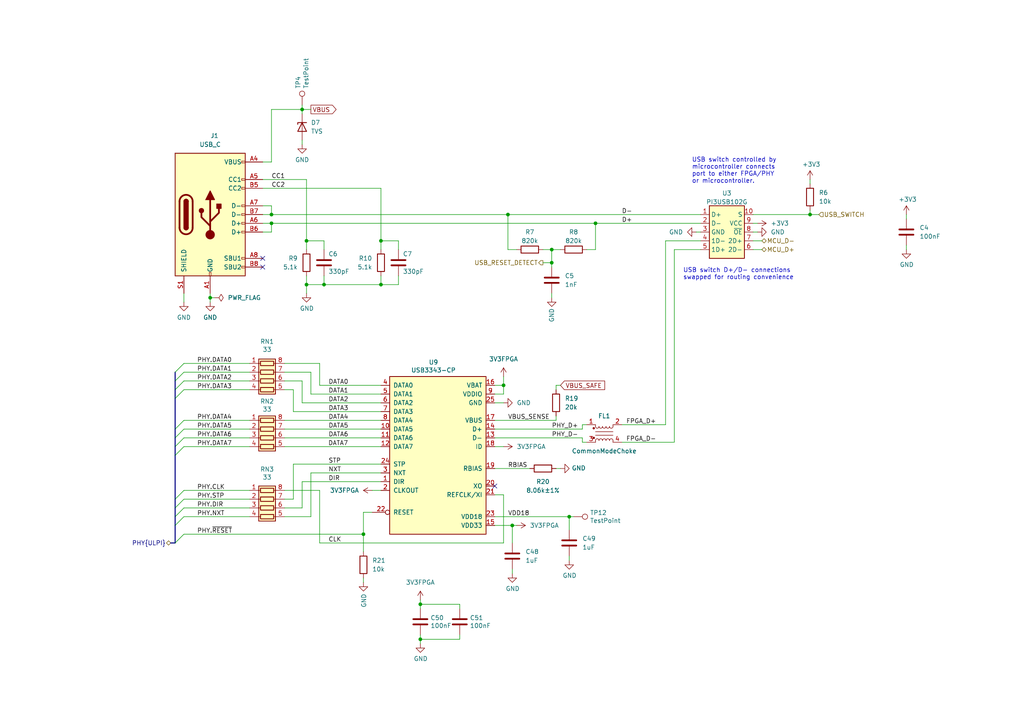
<source format=kicad_sch>
(kicad_sch (version 20230121) (generator eeschema)
  (paper "A4")
  (title_block (title "${TITLE}") (date "${DATE}") (rev "${VERSION}") (company "${COPYRIGHT}") (comment 1 "${LICENSE}"))
  (lib_symbols
    (symbol "Connector:TestPoint" (pin_numbers hide) (pin_names (offset 0.762) hide)
      (property "Reference" "TP" (at 0 6.858 0))
      (property "Value" "TestPoint" (at 0 5.08 0))
      (symbol "TestPoint_0_1"
        (circle (center 0 3.302) (radius 0.762))
      )
      (symbol "TestPoint_1_1"
        (pin passive line (at 0 0 90) (length 2.54) (name "1") (number "1"))
      )
    )
    (symbol "Connector:USB_C_Receptacle_USB2.0" (pin_names (offset 1.016))
      (property "Reference" "J" (at -10.16 19.05 0))
      (property "Value" "USB_C_Receptacle_USB2.0" (at 19.05 19.05 0))
      (symbol "USB_C_Receptacle_USB2.0_0_0"
        (rectangle (start -0.254 -17.78) (end 0.254 -16.764))
        (rectangle (start 10.16 -14.986) (end 9.144 -15.494))
        (rectangle (start 10.16 -12.446) (end 9.144 -12.954))
        (rectangle (start 10.16 -4.826) (end 9.144 -5.334))
        (rectangle (start 10.16 -2.286) (end 9.144 -2.794))
        (rectangle (start 10.16 0.254) (end 9.144 -0.254))
        (rectangle (start 10.16 2.794) (end 9.144 2.286))
        (rectangle (start 10.16 7.874) (end 9.144 7.366))
        (rectangle (start 10.16 10.414) (end 9.144 9.906))
        (rectangle (start 10.16 15.494) (end 9.144 14.986))
      )
      (symbol "USB_C_Receptacle_USB2.0_0_1"
        (rectangle (start -10.16 17.78) (end 10.16 -17.78) (stroke (width 0.254)) (fill (type background)))
        (arc (start -8.89 -3.81) (mid -6.985 -5.7067) (end -5.08 -3.81) (stroke (width 0.508)))
        (arc (start -7.62 -3.81) (mid -6.985 -4.4423) (end -6.35 -3.81) (stroke (width 0.254)))
        (arc (start -7.62 -3.81) (mid -6.985 -4.4423) (end -6.35 -3.81) (stroke (width 0.254)) (fill (type outline)))
        (rectangle (start -7.62 -3.81) (end -6.35 3.81) (stroke (width 0.254)) (fill (type outline)))
        (arc (start -6.35 3.81) (mid -6.985 4.4423) (end -7.62 3.81) (stroke (width 0.254)))
        (arc (start -6.35 3.81) (mid -6.985 4.4423) (end -7.62 3.81) (stroke (width 0.254)) (fill (type outline)))
        (arc (start -5.08 3.81) (mid -6.985 5.7067) (end -8.89 3.81) (stroke (width 0.508)))
        (circle (center -2.54 1.143) (radius 0.635) (stroke (width 0.254)) (fill (type outline)))
        (circle (center 0 -5.842) (radius 1.27) (fill (type outline)))
        (polyline (pts (xy -8.89 -3.81) (xy -8.89 3.81)) (stroke (width 0.508)))
        (polyline (pts (xy -5.08 3.81) (xy -5.08 -3.81)) (stroke (width 0.508)))
        (polyline (pts (xy 0 -5.842) (xy 0 4.318)) (stroke (width 0.508)))
        (polyline (pts (xy 0 -3.302) (xy -2.54 -0.762) (xy -2.54 0.508)) (stroke (width 0.508)))
        (polyline (pts (xy 0 -2.032) (xy 2.54 0.508) (xy 2.54 1.778)) (stroke (width 0.508)))
        (polyline (pts (xy -1.27 4.318) (xy 0 6.858) (xy 1.27 4.318) (xy -1.27 4.318)) (stroke (width 0.254)) (fill (type outline)))
        (rectangle (start 1.905 1.778) (end 3.175 3.048) (stroke (width 0.254)) (fill (type outline)))
      )
      (symbol "USB_C_Receptacle_USB2.0_1_1"
        (pin passive line (at 0 -22.86 90) (length 5.08) (name "GND") (number "A1"))
        (pin passive line (at 0 -22.86 90) (length 5.08) hide (name "GND") (number "A12"))
        (pin passive line (at 15.24 15.24 180) (length 5.08) (name "VBUS") (number "A4"))
        (pin bidirectional line (at 15.24 10.16 180) (length 5.08) (name "CC1") (number "A5"))
        (pin bidirectional line (at 15.24 -2.54 180) (length 5.08) (name "D+") (number "A6"))
        (pin bidirectional line (at 15.24 2.54 180) (length 5.08) (name "D-") (number "A7"))
        (pin bidirectional line (at 15.24 -12.7 180) (length 5.08) (name "SBU1") (number "A8"))
        (pin passive line (at 15.24 15.24 180) (length 5.08) hide (name "VBUS") (number "A9"))
        (pin passive line (at 0 -22.86 90) (length 5.08) hide (name "GND") (number "B1"))
        (pin passive line (at 0 -22.86 90) (length 5.08) hide (name "GND") (number "B12"))
        (pin passive line (at 15.24 15.24 180) (length 5.08) hide (name "VBUS") (number "B4"))
        (pin bidirectional line (at 15.24 7.62 180) (length 5.08) (name "CC2") (number "B5"))
        (pin bidirectional line (at 15.24 -5.08 180) (length 5.08) (name "D+") (number "B6"))
        (pin bidirectional line (at 15.24 0 180) (length 5.08) (name "D-") (number "B7"))
        (pin bidirectional line (at 15.24 -15.24 180) (length 5.08) (name "SBU2") (number "B8"))
        (pin passive line (at 15.24 15.24 180) (length 5.08) hide (name "VBUS") (number "B9"))
        (pin passive line (at -7.62 -22.86 90) (length 5.08) (name "SHIELD") (number "S1"))
      )
    )
    (symbol "Device:C" (pin_numbers hide) (pin_names (offset 0.254))
      (property "Reference" "C" (at 0.635 2.54 0))
      (property "Value" "C" (at 0.635 -2.54 0))
      (symbol "C_0_1"
        (polyline (pts (xy -2.032 -0.762) (xy 2.032 -0.762)) (stroke (width 0.508)))
        (polyline (pts (xy -2.032 0.762) (xy 2.032 0.762)) (stroke (width 0.508)))
      )
      (symbol "C_1_1"
        (pin passive line (at 0 3.81 270) (length 2.794) (name "~") (number "1"))
        (pin passive line (at 0 -3.81 90) (length 2.794) (name "~") (number "2"))
      )
    )
    (symbol "Device:D_Zener" (pin_numbers hide) (pin_names (offset 1.016) hide)
      (property "Reference" "D" (at 0 2.54 0))
      (property "Value" "D_Zener" (at 0 -2.54 0))
      (symbol "D_Zener_0_1"
        (polyline (pts (xy 1.27 0) (xy -1.27 0)))
        (polyline (pts (xy -1.27 -1.27) (xy -1.27 1.27) (xy -0.762 1.27)) (stroke (width 0.254)))
        (polyline (pts (xy 1.27 -1.27) (xy 1.27 1.27) (xy -1.27 0) (xy 1.27 -1.27)) (stroke (width 0.254)))
      )
      (symbol "D_Zener_1_1"
        (pin passive line (at -3.81 0 0) (length 2.54) (name "K") (number "1"))
        (pin passive line (at 3.81 0 180) (length 2.54) (name "A") (number "2"))
      )
    )
    (symbol "Device:Filter_EMI_CommonMode" (pin_names (offset 0.254) hide)
      (property "Reference" "FL" (at 0 4.445 0))
      (property "Value" "Filter_EMI_CommonMode" (at 0 -4.445 0))
      (symbol "Filter_EMI_CommonMode_0_1"
        (circle (center -3.048 -1.27) (radius 0.254) (fill (type outline)))
        (circle (center -3.048 1.524) (radius 0.254) (fill (type outline)))
        (arc (start -2.54 2.032) (mid -2.032 1.5262) (end -1.524 2.032))
        (arc (start -1.524 -2.032) (mid -2.032 -1.5262) (end -2.54 -2.032))
        (arc (start -1.524 2.032) (mid -1.016 1.5262) (end -0.508 2.032))
        (arc (start -0.508 -2.032) (mid -1.016 -1.5262) (end -1.524 -2.032))
        (arc (start -0.508 2.032) (mid 0 1.5262) (end 0.508 2.032))
        (polyline (pts (xy -2.54 -2.032) (xy -2.54 -2.54)))
        (polyline (pts (xy -2.54 0.508) (xy 2.54 0.508)))
        (polyline (pts (xy -2.54 2.032) (xy -2.54 2.54)))
        (polyline (pts (xy 2.54 -2.032) (xy 2.54 -2.54)))
        (polyline (pts (xy 2.54 -0.508) (xy -2.54 -0.508)))
        (polyline (pts (xy 2.54 2.54) (xy 2.54 2.032)))
        (arc (start 0.508 -2.032) (mid 0 -1.5262) (end -0.508 -2.032))
        (arc (start 0.508 2.032) (mid 1.016 1.5262) (end 1.524 2.032))
        (arc (start 1.524 -2.032) (mid 1.016 -1.5262) (end 0.508 -2.032))
        (arc (start 1.524 2.032) (mid 2.032 1.5262) (end 2.54 2.032))
        (arc (start 2.54 -2.032) (mid 2.032 -1.5262) (end 1.524 -2.032))
      )
      (symbol "Filter_EMI_CommonMode_1_1"
        (pin passive line (at -5.08 2.54 0) (length 2.54) (name "1") (number "1"))
        (pin passive line (at 5.08 2.54 180) (length 2.54) (name "2") (number "2"))
        (pin passive line (at -5.08 -2.54 0) (length 2.54) (name "3") (number "3"))
        (pin passive line (at 5.08 -2.54 180) (length 2.54) (name "4") (number "4"))
      )
    )
    (symbol "Device:R" (pin_numbers hide) (pin_names (offset 0))
      (property "Reference" "R" (at 2.032 0 90))
      (property "Value" "R" (at 0 0 90))
      (symbol "R_0_1"
        (rectangle (start -1.016 -2.54) (end 1.016 2.54) (stroke (width 0.254)))
      )
      (symbol "R_1_1"
        (pin passive line (at 0 3.81 270) (length 1.27) (name "~") (number "1"))
        (pin passive line (at 0 -3.81 90) (length 1.27) (name "~") (number "2"))
      )
    )
    (symbol "Device:R_Pack04" (pin_names (offset 0) hide)
      (property "Reference" "RN" (at -7.62 0 90))
      (property "Value" "R_Pack04" (at 5.08 0 90))
      (symbol "R_Pack04_0_1"
        (rectangle (start -6.35 -2.413) (end 3.81 2.413) (stroke (width 0.254)) (fill (type background)))
        (rectangle (start -5.715 1.905) (end -4.445 -1.905) (stroke (width 0.254)))
        (rectangle (start -3.175 1.905) (end -1.905 -1.905) (stroke (width 0.254)))
        (rectangle (start -0.635 1.905) (end 0.635 -1.905) (stroke (width 0.254)))
        (polyline (pts (xy -5.08 -2.54) (xy -5.08 -1.905)))
        (polyline (pts (xy -5.08 1.905) (xy -5.08 2.54)))
        (polyline (pts (xy -2.54 -2.54) (xy -2.54 -1.905)))
        (polyline (pts (xy -2.54 1.905) (xy -2.54 2.54)))
        (polyline (pts (xy 0 -2.54) (xy 0 -1.905)))
        (polyline (pts (xy 0 1.905) (xy 0 2.54)))
        (polyline (pts (xy 2.54 -2.54) (xy 2.54 -1.905)))
        (polyline (pts (xy 2.54 1.905) (xy 2.54 2.54)))
        (rectangle (start 1.905 1.905) (end 3.175 -1.905) (stroke (width 0.254)))
      )
      (symbol "R_Pack04_1_1"
        (pin passive line (at -5.08 -5.08 90) (length 2.54) (name "R1.1") (number "1"))
        (pin passive line (at -2.54 -5.08 90) (length 2.54) (name "R2.1") (number "2"))
        (pin passive line (at 0 -5.08 90) (length 2.54) (name "R3.1") (number "3"))
        (pin passive line (at 2.54 -5.08 90) (length 2.54) (name "R4.1") (number "4"))
        (pin passive line (at 2.54 5.08 270) (length 2.54) (name "R4.2") (number "5"))
        (pin passive line (at 0 5.08 270) (length 2.54) (name "R3.2") (number "6"))
        (pin passive line (at -2.54 5.08 270) (length 2.54) (name "R2.2") (number "7"))
        (pin passive line (at -5.08 5.08 270) (length 2.54) (name "R1.2") (number "8"))
      )
    )
    (symbol "power:+3V3" (power) (pin_names (offset 0))
      (property "Value" "+3V3" (at 0 3.556 0))
      (symbol "+3V3_0_1"
        (polyline (pts (xy -0.762 1.27) (xy 0 2.54)))
        (polyline (pts (xy 0 0) (xy 0 2.54)))
        (polyline (pts (xy 0 2.54) (xy 0.762 1.27)))
      )
      (symbol "+3V3_1_1"
        (pin power_in line (at 0 0 90) (length 0) hide (name "+3V3") (number "1"))
      )
    )
    (symbol "power:GND" (power) (pin_names (offset 0))
      (property "Value" "GND" (at 0 -3.81 0))
      (symbol "GND_0_1"
        (polyline (pts (xy 0 0) (xy 0 -1.27) (xy 1.27 -1.27) (xy 0 -2.54) (xy -1.27 -1.27) (xy 0 -1.27)))
      )
      (symbol "GND_1_1"
        (pin power_in line (at 0 0 270) (length 0) hide (name "GND") (number "1"))
      )
    )
    (symbol "power:PWR_FLAG" (power) (pin_numbers hide) (pin_names (offset 0) hide)
      (property "Value" "PWR_FLAG" (at 0 3.81 0))
      (symbol "PWR_FLAG_0_0"
        (pin power_out line (at 0 0 90) (length 0) (name "pwr") (number "1"))
      )
      (symbol "PWR_FLAG_0_1"
        (polyline (pts (xy 0 0) (xy 0 1.27) (xy -1.016 1.905) (xy 0 2.54) (xy 1.016 1.905) (xy 0 1.27)))
      )
    )
    (symbol "support_hardware:3V3FPGA" (power) (pin_names (offset 0))
      (property "Value" "3V3FPGA" (at 0 3.81 0))
      (symbol "3V3FPGA_0_1"
        (polyline (pts (xy -0.762 1.27) (xy 0 2.54)))
        (polyline (pts (xy 0 0) (xy 0 2.54)))
        (polyline (pts (xy 0 2.54) (xy 0.762 1.27)))
      )
      (symbol "3V3FPGA_1_1"
        (pin power_in line (at 0 0 90) (length 0) hide (name "3V3FPGA") (number "1"))
      )
    )
    (symbol "usb:TC7USB42MU"
      (property "Reference" "U" (at 0 8.89 0))
      (property "Value" "TC7USB42MU" (at 0 -8.89 0))
      (symbol "TC7USB42MU_1_1"
        (rectangle (start -5.08 7.62) (end 5.08 -7.62) (stroke (width 0.254)) (fill (type background)))
        (pin bidirectional line (at -7.62 5.08 0) (length 2.54) (name "D+") (number "1"))
        (pin input line (at 7.62 5.08 180) (length 2.54) (name "S") (number "10"))
        (pin bidirectional line (at -7.62 2.54 0) (length 2.54) (name "D-") (number "2"))
        (pin power_in line (at -7.62 0 0) (length 2.54) (name "GND") (number "3"))
        (pin bidirectional line (at -7.62 -2.54 0) (length 2.54) (name "1D-") (number "4"))
        (pin bidirectional line (at -7.62 -5.08 0) (length 2.54) (name "1D+") (number "5"))
        (pin bidirectional line (at 7.62 -5.08 180) (length 2.54) (name "2D-") (number "6"))
        (pin bidirectional line (at 7.62 -2.54 180) (length 2.54) (name "2D+") (number "7"))
        (pin input line (at 7.62 0 180) (length 2.54) (name "~{OE}") (number "8"))
        (pin power_in line (at 7.62 2.54 180) (length 2.54) (name "VCC") (number "9"))
      )
    )
    (symbol "usb:USB3343" (pin_names (offset 1.016))
      (property "Reference" "U" (at 3.81 -46.99 0))
      (property "Value" "USB3343" (at 25.4 -46.99 0))
      (symbol "USB3343_1_1"
        (rectangle (start 2.54 0) (end 30.48 -45.72) (stroke (width 0.254)) (fill (type background)))
        (pin output line (at 0 -30.48 0) (length 2.54) (name "DIR") (number "1"))
        (pin bidirectional line (at 0 -15.24 0) (length 2.54) (name "DATA5") (number "10"))
        (pin bidirectional line (at 0 -17.78 0) (length 2.54) (name "DATA6") (number "11"))
        (pin bidirectional line (at 0 -20.32 0) (length 2.54) (name "DATA7") (number "12"))
        (pin bidirectional line (at 33.02 -17.78 180) (length 2.54) (name "D-") (number "13"))
        (pin bidirectional line (at 33.02 -15.24 180) (length 2.54) (name "D+") (number "14"))
        (pin power_out line (at 33.02 -43.18 180) (length 2.54) (name "VDD33") (number "15"))
        (pin power_in line (at 33.02 -2.54 180) (length 2.54) (name "VBAT") (number "16"))
        (pin bidirectional line (at 33.02 -12.7 180) (length 2.54) (name "VBUS") (number "17"))
        (pin input line (at 33.02 -20.32 180) (length 2.54) (name "ID") (number "18"))
        (pin input line (at 33.02 -26.67 180) (length 2.54) (name "RBIAS") (number "19"))
        (pin passive line (at 0 -33.02 0) (length 2.54) (name "CLKOUT") (number "2"))
        (pin output line (at 33.02 -31.75 180) (length 2.54) (name "XO") (number "20"))
        (pin input line (at 33.02 -34.29 180) (length 2.54) (name "REFCLK/XI") (number "21"))
        (pin input inverted (at -2.54 -39.37 0) (length 5.08) (name "RESET") (number "22"))
        (pin power_out line (at 33.02 -40.64 180) (length 2.54) (name "VDD18") (number "23"))
        (pin input line (at 0 -25.4 0) (length 2.54) (name "STP") (number "24"))
        (pin power_in line (at 33.02 -7.62 180) (length 2.54) (name "GND") (number "25"))
        (pin output line (at 0 -27.94 0) (length 2.54) (name "NXT") (number "3"))
        (pin bidirectional line (at 0 -2.54 0) (length 2.54) (name "DATA0") (number "4"))
        (pin bidirectional line (at 0 -5.08 0) (length 2.54) (name "DATA1") (number "5"))
        (pin bidirectional line (at 0 -7.62 0) (length 2.54) (name "DATA2") (number "6"))
        (pin bidirectional line (at 0 -10.16 0) (length 2.54) (name "DATA3") (number "7"))
        (pin bidirectional line (at 0 -12.7 0) (length 2.54) (name "DATA4") (number "8"))
        (pin power_in line (at 33.02 -5.08 180) (length 2.54) (name "VDDIO") (number "9"))
      )
    )
  )
  (junction (at 160.02 72.39))
  (junction (at 88.9 69.85))
  (junction (at 78.74 62.23))
  (junction (at 105.41 154.94))
  (junction (at 121.92 175.26))
  (junction (at 93.98 82.55))
  (junction (at 146.05 111.76))
  (junction (at 60.96 86.36))
  (junction (at 148.59 152.4))
  (junction (at 110.49 69.85))
  (junction (at 78.74 64.77))
  (junction (at 88.9 82.55))
  (junction (at 172.72 64.77))
  (junction (at 234.95 62.23))
  (junction (at 165.1 149.86))
  (junction (at 121.92 185.42))
  (junction (at 160.02 76.2))
  (junction (at 147.32 62.23))
  (junction (at 110.49 82.55))
  (junction (at 87.63 31.75))
  (no_connect (at 76.2 77.47))
  (no_connect (at 76.2 74.93))
  (no_connect (at 143.51 140.97))
  (bus_entry (at 50.8 132.08) (size 2.54 -2.54))
  (bus_entry (at 50.8 124.46) (size 2.54 -2.54))
  (bus_entry (at 50.8 113.03) (size 2.54 -2.54))
  (bus_entry (at 50.8 127) (size 2.54 -2.54))
  (bus_entry (at 50.8 129.54) (size 2.54 -2.54))
  (bus_entry (at 50.8 157.48) (size 2.54 -2.54))
  (bus_entry (at 53.34 149.86) (size -2.54 2.54))
  (bus_entry (at 50.8 115.57) (size 2.54 -2.54))
  (bus_entry (at 50.8 147.32) (size 2.54 -2.54))
  (bus_entry (at 50.8 110.49) (size 2.54 -2.54))
  (bus_entry (at 50.8 144.78) (size 2.54 -2.54))
  (bus_entry (at 50.8 149.86) (size 2.54 -2.54))
  (bus_entry (at 53.34 105.41) (size -2.54 2.54))
  (wire (pts (xy 87.63 30.48) (xy 87.63 31.75)))
  (wire (pts (xy 53.34 85.09) (xy 53.34 87.63)))
  (wire (pts (xy 168.91 124.46) (xy 168.91 123.19)))
  (wire (pts (xy 87.63 31.75) (xy 87.63 33.02)))
  (wire (pts (xy 82.55 107.95) (xy 90.17 107.95)))
  (wire (pts (xy 78.74 46.99) (xy 76.2 46.99)))
  (wire (pts (xy 203.2 72.39) (xy 195.58 72.39)))
  (wire (pts (xy 133.35 184.15) (xy 133.35 185.42)))
  (wire (pts (xy 143.51 127) (xy 168.91 127)))
  (bus (pts (xy 50.8 124.46) (xy 50.8 127)))
  (wire (pts (xy 72.39 127) (xy 53.34 127)))
  (wire (pts (xy 87.63 31.75) (xy 90.17 31.75)))
  (wire (pts (xy 143.51 129.54) (xy 146.05 129.54)))
  (wire (pts (xy 168.91 127) (xy 168.91 128.27)))
  (wire (pts (xy 148.59 157.48) (xy 148.59 152.4)))
  (wire (pts (xy 234.95 52.07) (xy 234.95 53.34)))
  (wire (pts (xy 148.59 152.4) (xy 143.51 152.4)))
  (wire (pts (xy 82.55 113.03) (xy 85.09 113.03)))
  (bus (pts (xy 50.8 152.4) (xy 50.8 157.48)))
  (wire (pts (xy 234.95 62.23) (xy 218.44 62.23)))
  (wire (pts (xy 218.44 67.31) (xy 219.71 67.31)))
  (wire (pts (xy 180.34 123.19) (xy 193.04 123.19)))
  (wire (pts (xy 133.35 185.42) (xy 121.92 185.42)))
  (wire (pts (xy 76.2 54.61) (xy 110.49 54.61)))
  (wire (pts (xy 143.51 124.46) (xy 168.91 124.46)))
  (wire (pts (xy 115.57 82.55) (xy 110.49 82.55)))
  (wire (pts (xy 78.74 31.75) (xy 87.63 31.75)))
  (wire (pts (xy 121.92 184.15) (xy 121.92 185.42)))
  (bus (pts (xy 50.8 107.95) (xy 50.8 110.49)))
  (wire (pts (xy 88.9 72.39) (xy 88.9 69.85)))
  (wire (pts (xy 60.96 86.36) (xy 60.96 87.63)))
  (wire (pts (xy 72.39 105.41) (xy 53.34 105.41)))
  (wire (pts (xy 160.02 72.39) (xy 162.56 72.39)))
  (bus (pts (xy 50.8 115.57) (xy 50.8 124.46)))
  (wire (pts (xy 72.39 129.54) (xy 53.34 129.54)))
  (bus (pts (xy 50.8 132.08) (xy 50.8 144.78)))
  (wire (pts (xy 92.71 142.24) (xy 92.71 157.48)))
  (wire (pts (xy 110.49 54.61) (xy 110.49 69.85)))
  (wire (pts (xy 105.41 154.94) (xy 105.41 148.59)))
  (wire (pts (xy 93.98 80.01) (xy 93.98 82.55)))
  (wire (pts (xy 115.57 72.39) (xy 115.57 69.85)))
  (wire (pts (xy 105.41 160.02) (xy 105.41 154.94)))
  (wire (pts (xy 160.02 76.2) (xy 157.48 76.2)))
  (wire (pts (xy 76.2 62.23) (xy 78.74 62.23)))
  (wire (pts (xy 193.04 69.85) (xy 203.2 69.85)))
  (wire (pts (xy 90.17 149.86) (xy 82.55 149.86)))
  (wire (pts (xy 85.09 113.03) (xy 85.09 119.38)))
  (wire (pts (xy 203.2 64.77) (xy 172.72 64.77)))
  (wire (pts (xy 72.39 110.49) (xy 53.34 110.49)))
  (wire (pts (xy 82.55 105.41) (xy 92.71 105.41)))
  (wire (pts (xy 72.39 124.46) (xy 53.34 124.46)))
  (wire (pts (xy 72.39 147.32) (xy 53.34 147.32)))
  (wire (pts (xy 165.1 153.67) (xy 165.1 149.86)))
  (wire (pts (xy 160.02 76.2) (xy 160.02 77.47)))
  (wire (pts (xy 262.89 71.12) (xy 262.89 72.39)))
  (wire (pts (xy 85.09 119.38) (xy 110.49 119.38)))
  (wire (pts (xy 92.71 111.76) (xy 110.49 111.76)))
  (wire (pts (xy 110.49 142.24) (xy 107.95 142.24)))
  (wire (pts (xy 72.39 142.24) (xy 53.34 142.24)))
  (wire (pts (xy 161.29 121.92) (xy 143.51 121.92)))
  (wire (pts (xy 172.72 72.39) (xy 170.18 72.39)))
  (bus (pts (xy 50.8 149.86) (xy 50.8 152.4)))
  (wire (pts (xy 88.9 82.55) (xy 88.9 85.09)))
  (wire (pts (xy 110.49 124.46) (xy 82.55 124.46)))
  (wire (pts (xy 72.39 149.86) (xy 53.34 149.86)))
  (wire (pts (xy 147.32 62.23) (xy 203.2 62.23)))
  (wire (pts (xy 146.05 114.3) (xy 143.51 114.3)))
  (wire (pts (xy 107.95 148.59) (xy 105.41 148.59)))
  (wire (pts (xy 172.72 64.77) (xy 172.72 72.39)))
  (wire (pts (xy 110.49 134.62) (xy 85.09 134.62)))
  (wire (pts (xy 161.29 120.65) (xy 161.29 121.92)))
  (wire (pts (xy 143.51 143.51) (xy 146.05 143.51)))
  (wire (pts (xy 60.96 86.36) (xy 62.23 86.36)))
  (wire (pts (xy 82.55 142.24) (xy 92.71 142.24)))
  (wire (pts (xy 201.93 67.31) (xy 203.2 67.31)))
  (bus (pts (xy 50.8 110.49) (xy 50.8 113.03)))
  (wire (pts (xy 153.67 135.89) (xy 143.51 135.89)))
  (wire (pts (xy 88.9 52.07) (xy 88.9 69.85)))
  (wire (pts (xy 76.2 59.69) (xy 78.74 59.69)))
  (wire (pts (xy 161.29 113.03) (xy 161.29 111.76)))
  (bus (pts (xy 50.8 144.78) (xy 50.8 147.32)))
  (bus (pts (xy 49.53 157.48) (xy 50.8 157.48)))
  (wire (pts (xy 76.2 64.77) (xy 78.74 64.77)))
  (wire (pts (xy 85.09 134.62) (xy 85.09 144.78)))
  (wire (pts (xy 218.44 72.39) (xy 220.98 72.39)))
  (wire (pts (xy 146.05 157.48) (xy 146.05 143.51)))
  (wire (pts (xy 87.63 116.84) (xy 110.49 116.84)))
  (wire (pts (xy 87.63 147.32) (xy 82.55 147.32)))
  (wire (pts (xy 110.49 137.16) (xy 90.17 137.16)))
  (wire (pts (xy 262.89 62.23) (xy 262.89 63.5)))
  (wire (pts (xy 78.74 62.23) (xy 147.32 62.23)))
  (wire (pts (xy 121.92 175.26) (xy 133.35 175.26)))
  (wire (pts (xy 78.74 59.69) (xy 78.74 62.23)))
  (wire (pts (xy 168.91 123.19) (xy 170.18 123.19)))
  (wire (pts (xy 90.17 137.16) (xy 90.17 149.86)))
  (wire (pts (xy 162.56 135.89) (xy 161.29 135.89)))
  (wire (pts (xy 93.98 72.39) (xy 93.98 69.85)))
  (wire (pts (xy 76.2 52.07) (xy 88.9 52.07)))
  (wire (pts (xy 143.51 149.86) (xy 165.1 149.86)))
  (wire (pts (xy 110.49 127) (xy 82.55 127)))
  (wire (pts (xy 90.17 114.3) (xy 110.49 114.3)))
  (wire (pts (xy 133.35 175.26) (xy 133.35 176.53)))
  (wire (pts (xy 78.74 64.77) (xy 78.74 67.31)))
  (bus (pts (xy 50.8 129.54) (xy 50.8 132.08)))
  (wire (pts (xy 143.51 111.76) (xy 146.05 111.76)))
  (wire (pts (xy 82.55 110.49) (xy 87.63 110.49)))
  (wire (pts (xy 193.04 123.19) (xy 193.04 69.85)))
  (wire (pts (xy 105.41 168.91) (xy 105.41 167.64)))
  (wire (pts (xy 78.74 64.77) (xy 172.72 64.77)))
  (wire (pts (xy 92.71 157.48) (xy 146.05 157.48)))
  (wire (pts (xy 88.9 80.01) (xy 88.9 82.55)))
  (wire (pts (xy 87.63 139.7) (xy 87.63 147.32)))
  (wire (pts (xy 121.92 175.26) (xy 121.92 176.53)))
  (wire (pts (xy 53.34 107.95) (xy 72.39 107.95)))
  (bus (pts (xy 50.8 127) (xy 50.8 129.54)))
  (wire (pts (xy 72.39 144.78) (xy 53.34 144.78)))
  (wire (pts (xy 148.59 152.4) (xy 149.86 152.4)))
  (wire (pts (xy 165.1 149.86) (xy 166.37 149.86)))
  (wire (pts (xy 90.17 107.95) (xy 90.17 114.3)))
  (wire (pts (xy 93.98 82.55) (xy 110.49 82.55)))
  (wire (pts (xy 157.48 72.39) (xy 160.02 72.39)))
  (wire (pts (xy 60.96 85.09) (xy 60.96 86.36)))
  (wire (pts (xy 195.58 72.39) (xy 195.58 128.27)))
  (wire (pts (xy 88.9 82.55) (xy 93.98 82.55)))
  (wire (pts (xy 115.57 69.85) (xy 110.49 69.85)))
  (wire (pts (xy 87.63 40.64) (xy 87.63 41.91)))
  (wire (pts (xy 87.63 110.49) (xy 87.63 116.84)))
  (wire (pts (xy 219.71 64.77) (xy 218.44 64.77)))
  (wire (pts (xy 160.02 85.09) (xy 160.02 86.36)))
  (wire (pts (xy 168.91 128.27) (xy 170.18 128.27)))
  (wire (pts (xy 115.57 80.01) (xy 115.57 82.55)))
  (wire (pts (xy 88.9 69.85) (xy 93.98 69.85)))
  (wire (pts (xy 147.32 62.23) (xy 147.32 72.39)))
  (wire (pts (xy 72.39 121.92) (xy 53.34 121.92)))
  (wire (pts (xy 195.58 128.27) (xy 180.34 128.27)))
  (wire (pts (xy 121.92 185.42) (xy 121.92 186.69)))
  (bus (pts (xy 50.8 147.32) (xy 50.8 149.86)))
  (wire (pts (xy 121.92 173.99) (xy 121.92 175.26)))
  (wire (pts (xy 234.95 62.23) (xy 237.49 62.23)))
  (bus (pts (xy 50.8 113.03) (xy 50.8 115.57)))
  (wire (pts (xy 147.32 72.39) (xy 149.86 72.39)))
  (wire (pts (xy 165.1 162.56) (xy 165.1 161.29)))
  (wire (pts (xy 110.49 82.55) (xy 110.49 80.01)))
  (wire (pts (xy 53.34 154.94) (xy 105.41 154.94)))
  (wire (pts (xy 234.95 60.96) (xy 234.95 62.23)))
  (wire (pts (xy 110.49 139.7) (xy 87.63 139.7)))
  (wire (pts (xy 146.05 114.3) (xy 146.05 111.76)))
  (wire (pts (xy 110.49 72.39) (xy 110.49 69.85)))
  (wire (pts (xy 110.49 121.92) (xy 82.55 121.92)))
  (wire (pts (xy 160.02 72.39) (xy 160.02 76.2)))
  (wire (pts (xy 78.74 67.31) (xy 76.2 67.31)))
  (wire (pts (xy 161.29 111.76) (xy 162.56 111.76)))
  (wire (pts (xy 148.59 166.37) (xy 148.59 165.1)))
  (wire (pts (xy 53.34 113.03) (xy 72.39 113.03)))
  (wire (pts (xy 92.71 105.41) (xy 92.71 111.76)))
  (wire (pts (xy 143.51 116.84) (xy 146.05 116.84)))
  (wire (pts (xy 220.98 69.85) (xy 218.44 69.85)))
  (wire (pts (xy 85.09 144.78) (xy 82.55 144.78)))
  (wire (pts (xy 82.55 129.54) (xy 110.49 129.54)))
  (wire (pts (xy 78.74 31.75) (xy 78.74 46.99)))
  (wire (pts (xy 146.05 111.76) (xy 146.05 109.22)))
  (text "USB switch controlled by \nmicrocontroller connects\nport to either FPGA/PHY\nor microcontroller." (at 200.66 53.34 0) (effects (font (size 1.27 1.27)) (justify left bottom)))
  (text "USB switch D+/D- connections\nswapped for routing convenience" (at 198.12 81.28 0) (effects (font (size 1.27 1.27)) (justify left bottom)))
  (label "FPGA_D+" (at 181.61 123.19 0))
  (label "PHY.DATA6" (at 57.15 127 0))
  (label "PHY.DATA7" (at 57.15 129.54 0))
  (label "DATA7" (at 95.1702 129.54 0))
  (label "D-" (at 180.34 62.23 0))
  (label "RBIAS" (at 147.32 135.89 0))
  (label "PHY.DIR" (at 57.15 147.32 0))
  (label "DIR" (at 95.25 139.7 0))
  (label "DATA6" (at 95.25 127 0))
  (label "PHY_D+" (at 160.02 124.46 0))
  (label "PHY_D-" (at 160.02 127 0))
  (label "VDD18" (at 147.32 149.86 0))
  (label "PHY.DATA4" (at 57.15 121.92 0))
  (label "DATA2" (at 95.25 116.84 0))
  (label "STP" (at 95.25 134.62 0))
  (label "PHY.DATA1" (at 57.15 107.95 0))
  (label "DATA0" (at 95.25 111.76 0))
  (label "DATA4" (at 95.25 121.92 0))
  (label "PHY.CLK" (at 57.15 142.24 0))
  (label "CLK" (at 95.25 157.48 0))
  (label "CC1" (at 78.74 52.07 0))
  (label "VBUS_SENSE" (at 147.32 121.92 0))
  (label "D+" (at 180.34 64.77 0))
  (label "PHY.DATA3" (at 57.15 113.03 0))
  (label "DATA5" (at 95.25 124.46 0))
  (label "FPGA_D-" (at 181.61 128.27 0))
  (label "PHY.NXT" (at 57.15 149.86 0))
  (label "DATA3" (at 95.25 119.38 0))
  (label "CC2" (at 78.74 54.61 0))
  (label "NXT" (at 95.25 137.16 0))
  (label "DATA1" (at 95.25 114.3 0))
  (label "PHY.DATA5" (at 57.15 124.46 0))
  (label "PHY.DATA0" (at 57.15 105.41 0))
  (label "PHY.~{RESET}" (at 57.15 154.94 0))
  (label "PHY.STP" (at 57.15 144.78 0))
  (label "PHY.DATA2" (at 57.15 110.49 0))
  (global_label "VBUS" (shape output) (at 90.17 31.75 0) (property "Intersheetrefs" "${INTERSHEET_REFS}" (effects hide)))
  (global_label "VBUS_SAFE" (shape input) (at 162.56 111.76 0) (property "Intersheetrefs" "${INTERSHEET_REFS}" (effects hide)))
  (hierarchical_label "MCU_D+" (shape bidirectional) (at 220.98 72.39 0))
  (hierarchical_label "MCU_D-" (shape bidirectional) (at 220.98 69.85 0))
  (hierarchical_label "USB_RESET_DETECT" (shape output) (at 157.48 76.2 180))
  (hierarchical_label "PHY{ULPI}" (shape bidirectional) (at 49.53 157.48 180))
  (hierarchical_label "USB_SWITCH" (shape input) (at 237.49 62.23 0))
  (symbol (lib_id "power:+3V3") (at 262.89 62.23 0) (unit 1)
    (property "Reference" "#PWR033" (effects hide))
    (property "Value" "+3V3" (at 263.2456 57.8358 0))
  )
  (symbol (lib_id "power:GND") (at 262.89 72.39 0) (unit 1)
    (property "Reference" "#PWR037" (effects hide))
    (property "Value" "GND" (at 262.9916 76.7588 0))
  )
  (symbol (lib_id "power:GND") (at 88.9 85.09 0) (unit 1)
    (property "Reference" "#PWR039" (effects hide))
    (property "Value" "GND" (at 89.0016 89.4588 0))
  )
  (symbol (lib_id "Device:C") (at 115.57 76.2 0) (unit 1)
    (property "Reference" "C7" (at 116.84 73.66 0) (effects (justify left)))
    (property "Value" "330pF" (at 116.84 78.74 0) (effects (justify left)))
    (property "Footprint" "Capacitor_SMD:C_0201_0603Metric" (effects hide))
    (property "Part Number" "GRM0335C1E331JA01D" (effects hide))
    (property "Substitution" "GRM0335C1E331JA01*" (effects hide))
    (property "Description" "CAP CER 330PF 25V C0G/NP0 0201" (effects hide))
    (property "Manufacturer" "Murata" (effects hide))
  )
  (symbol (lib_id "Device:C") (at 93.98 76.2 0) (unit 1)
    (property "Reference" "C6" (at 95.25 73.66 0) (effects (justify left)))
    (property "Value" "330pF" (at 95.25 78.74 0) (effects (justify left)))
    (property "Footprint" "Capacitor_SMD:C_0201_0603Metric" (effects hide))
    (property "Part Number" "GRM0335C1E331JA01D" (effects hide))
    (property "Substitution" "GRM0335C1E331JA01*" (effects hide))
    (property "Description" "CAP CER 330PF 25V C0G/NP0 0201" (effects hide))
    (property "Manufacturer" "Murata" (effects hide))
  )
  (symbol (lib_id "Device:R") (at 88.9 76.2 0) (mirror x) (unit 1)
    (property "Reference" "R9" (at 86.36 74.93 0) (effects (justify right)))
    (property "Value" "5.1k" (at 86.36 77.47 0) (effects (justify right)))
    (property "Footprint" "Resistor_SMD:R_0402_1005Metric" (effects hide))
    (property "Part Number" "RC0402JR-075K1L" (effects hide))
    (property "Substitution" "any equivalent" (effects hide))
    (property "Description" "RES 5.1K OHM 5% 1/16W 0402" (effects hide))
    (property "Manufacturer" "Yageo" (effects hide))
  )
  (symbol (lib_id "Device:R") (at 110.49 76.2 0) (mirror x) (unit 1)
    (property "Reference" "R10" (at 107.95 74.93 0) (effects (justify right)))
    (property "Value" "5.1k" (at 107.95 77.47 0) (effects (justify right)))
    (property "Footprint" "Resistor_SMD:R_0402_1005Metric" (effects hide))
    (property "Part Number" "RC0402JR-075K1L" (effects hide))
    (property "Substitution" "any equivalent" (effects hide))
    (property "Description" "RES 5.1K OHM 5% 1/16W 0402" (effects hide))
    (property "Manufacturer" "Yageo" (effects hide))
  )
  (symbol (lib_id "Connector:TestPoint") (at 166.37 149.86 270) (unit 1) (in_bom no)
    (property "Reference" "TP12" (at 171.1198 148.717 90) (effects (justify left)))
    (property "Value" "TestPoint" (at 171.1198 151.003 90) (effects (justify left)))
    (property "Footprint" "TestPoint:TestPoint_Pad_D1.0mm" (effects hide))
  )
  (symbol (lib_id "Device:R_Pack04") (at 77.47 127 270) (unit 1)
    (property "Reference" "RN2" (at 77.47 116.4082 90))
    (property "Value" "33" (at 77.47 118.7196 90))
    (property "Footprint" "Resistor_SMD:R_Array_Convex_4x0402" (effects hide))
    (property "Description" "RES ARRAY 4 RES 33 OHM 0804" (effects hide))
    (property "Manufacturer" "Yageo" (effects hide))
    (property "Part Number" "YC124-JR-0733RL" (effects hide))
    (property "Substitution" "any equivalent" (effects hide))
  )
  (symbol (lib_id "Device:C") (at 148.59 161.29 0) (unit 1)
    (property "Reference" "C48" (at 152.4 160.02 0) (effects (justify left)))
    (property "Value" "1uF" (at 152.4 162.56 0) (effects (justify left)))
    (property "Footprint" "Capacitor_SMD:C_0402_1005Metric" (effects hide))
    (property "Part Number" "CL05A105KP5NNNC" (effects hide))
    (property "Substitution" "any equivalent" (effects hide))
    (property "Description" "CAP CER 1UF 10V X5R 0402" (effects hide))
    (property "Manufacturer" "Samsung" (effects hide))
  )
  (symbol (lib_id "power:GND") (at 53.34 87.63 0) (unit 1)
    (property "Reference" "#PWR040" (effects hide))
    (property "Value" "GND" (at 53.34 92.0734 0))
  )
  (symbol (lib_id "power:GND") (at 165.1 162.56 0) (unit 1)
    (property "Reference" "#PWR0121" (effects hide))
    (property "Value" "GND" (at 165.2016 166.9288 0))
  )
  (symbol (lib_id "power:+3V3") (at 234.95 52.07 0) (unit 1)
    (property "Reference" "#PWR031" (effects hide))
    (property "Value" "+3V3" (at 235.3056 47.6758 0))
  )
  (symbol (lib_id "power:GND") (at 160.02 86.36 0) (unit 1)
    (property "Reference" "#PWR038" (effects hide))
    (property "Value" "GND" (at 160.02 91.44 90))
  )
  (symbol (lib_id "Device:C") (at 160.02 81.28 0) (unit 1)
    (property "Reference" "C5" (at 163.83 80.01 0) (effects (justify left)))
    (property "Value" "1nF" (at 163.83 82.55 0) (effects (justify left)))
    (property "Footprint" "Capacitor_SMD:C_0201_0603Metric" (effects hide))
    (property "Part Number" "GRM033R71E102KA01D" (effects hide))
    (property "Substitution" "GRM033R71E102KA01*" (effects hide))
    (property "Description" "CAP CER 1000PF 25V X7R 0201" (effects hide))
    (property "Manufacturer" "Murata" (effects hide))
  )
  (symbol (lib_id "support_hardware:3V3FPGA") (at 107.95 142.24 90) (unit 1)
    (property "Reference" "#PWR0113" (effects hide))
    (property "Value" "3V3FPGA" (at 104.14 142.24 90) (effects (justify left)))
  )
  (symbol (lib_id "Device:Filter_EMI_CommonMode") (at 175.26 125.73 0) (unit 1)
    (property "Reference" "FL1" (at 175.26 120.65 0))
    (property "Value" "CommonModeChoke" (at 175.26 130.81 0))
    (property "Footprint" "mainboard:L_CommonModeChoke_Murata_DLM0NS" (effects hide))
    (property "Datasheet" "https://www.murata.com/en-global/products/productdata/8799424610334/EFLD0009.pdf" (effects hide))
    (property "Description" "CMC 130MA 2LN 28 OHM SMD" (effects hide))
    (property "Manufacturer" "Murata" (effects hide))
    (property "Part Number" "DLM0NSB280HY2D" (effects hide))
  )
  (symbol (lib_id "support_hardware:3V3FPGA") (at 149.86 152.4 270) (unit 1)
    (property "Reference" "#PWR0120" (effects hide))
    (property "Value" "3V3FPGA" (at 153.67 152.4 90) (effects (justify left)))
  )
  (symbol (lib_id "Device:R") (at 157.48 135.89 270) (unit 1)
    (property "Reference" "R20" (at 157.48 139.7 90))
    (property "Value" "8.06k±1%" (at 157.48 142.24 90))
    (property "Footprint" "Resistor_SMD:R_0402_1005Metric" (effects hide))
    (property "Description" "RES SMD 8.06K OHM 1% 1/10W 0402" (effects hide))
    (property "Manufacturer" "Panasonic" (effects hide))
    (property "Part Number" "ERJ-2RKF8061X" (effects hide))
    (property "Substitution" "any equivalent" (effects hide))
  )
  (symbol (lib_id "usb:USB3343") (at 110.49 109.22 0) (unit 1)
    (property "Reference" "U9" (at 125.73 105.0798 0))
    (property "Value" "USB3343-CP" (at 125.73 107.3658 0))
    (property "Footprint" "Package_DFN_QFN:VQFN-24-1EP_4x4mm_P0.5mm_EP2.45x2.45mm" (effects hide))
    (property "Datasheet" "http://ww1.microchip.com/downloads/en/DeviceDoc/334x.pdf" (effects hide))
    (property "Description" "IC TRANSCEIVER 1/1 24QFN" (effects hide))
    (property "Manufacturer" "Microchip" (effects hide))
    (property "Part Number" "USB3343-CP" (effects hide))
  )
  (symbol (lib_id "Device:R_Pack04") (at 77.47 110.49 270) (unit 1)
    (property "Reference" "RN1" (at 77.47 99.06 90))
    (property "Value" "33" (at 77.47 101.3714 90))
    (property "Footprint" "Resistor_SMD:R_Array_Convex_4x0402" (effects hide))
    (property "Description" "RES ARRAY 4 RES 33 OHM 0804" (effects hide))
    (property "Manufacturer" "Yageo" (effects hide))
    (property "Part Number" "YC124-JR-0733RL" (effects hide))
    (property "Substitution" "any equivalent" (effects hide))
  )
  (symbol (lib_id "power:GND") (at 121.92 186.69 0) (unit 1)
    (property "Reference" "#PWR0115" (effects hide))
    (property "Value" "GND" (at 122.0216 191.0588 0))
  )
  (symbol (lib_id "support_hardware:3V3FPGA") (at 146.05 109.22 0) (unit 1)
    (property "Reference" "#PWR0118" (effects hide))
    (property "Value" "3V3FPGA" (at 146.05 104.14 0))
  )
  (symbol (lib_id "usb:TC7USB42MU") (at 210.82 67.31 0) (unit 1)
    (property "Reference" "U3" (at 210.82 56.041 0))
    (property "Value" "PI3USB102G" (at 210.82 58.5779 0))
    (property "Footprint" "mainboard:Diodes_10-TQFN_ZL" (effects hide))
    (property "Datasheet" "https://www.diodes.com/assets/Datasheets/PI3USB102G.pdf" (effects hide))
    (property "Manufacturer" "Diodes Inc." (effects hide))
    (property "Part Number" "PI3USB102GZLEX" (effects hide))
    (property "Description" "IC USB 2.0 SWITCH 2:1 10TQFN" (effects hide))
  )
  (symbol (lib_id "Device:R_Pack04") (at 77.47 147.32 270) (unit 1)
    (property "Reference" "RN3" (at 77.47 136.1186 90))
    (property "Value" "33" (at 77.47 138.43 90))
    (property "Footprint" "Resistor_SMD:R_Array_Convex_4x0402" (effects hide))
    (property "Description" "RES ARRAY 4 RES 33 OHM 0804" (effects hide))
    (property "Manufacturer" "Yageo" (effects hide))
    (property "Part Number" "YC124-JR-0733RL" (effects hide))
    (property "Substitution" "any equivalent" (effects hide))
  )
  (symbol (lib_id "power:PWR_FLAG") (at 62.23 86.36 270) (unit 1)
    (property "Reference" "#FLG03" (effects hide))
    (property "Value" "PWR_FLAG" (at 66.04 86.36 90) (effects (justify left)))
  )
  (symbol (lib_id "power:+3V3") (at 219.71 64.77 270) (unit 1)
    (property "Reference" "#PWR034" (effects hide))
    (property "Value" "+3V3" (at 223.52 64.77 90) (effects (justify left)))
  )
  (symbol (lib_id "support_hardware:3V3FPGA") (at 121.92 173.99 0) (unit 1)
    (property "Reference" "#PWR0114" (effects hide))
    (property "Value" "3V3FPGA" (at 121.92 168.91 0))
  )
  (symbol (lib_id "Device:R") (at 161.29 116.84 0) (unit 1)
    (property "Reference" "R19" (at 163.83 115.57 0) (effects (justify left)))
    (property "Value" "20k" (at 163.83 118.11 0) (effects (justify left)))
    (property "Footprint" "Resistor_SMD:R_0402_1005Metric" (effects hide))
    (property "Description" "RES SMD 20K OHM 5% 1/16W 0402" (effects hide))
    (property "Manufacturer" "Yageo" (effects hide))
    (property "Part Number" "RC0402JR-0720KL" (effects hide))
    (property "Substitution" "any equivalent" (effects hide))
  )
  (symbol (lib_id "Device:R") (at 105.41 163.83 0) (unit 1)
    (property "Reference" "R21" (at 107.95 162.56 0) (effects (justify left)))
    (property "Value" "10k" (at 107.95 165.1 0) (effects (justify left)))
    (property "Footprint" "Resistor_SMD:R_0402_1005Metric" (effects hide))
    (property "Part Number" "RC0402JR-0710KL" (effects hide))
    (property "Substitution" "any equivalent" (effects hide))
    (property "Description" "RES 10K OHM 5% 1/16W 0402" (effects hide))
    (property "Manufacturer" "Yageo" (effects hide))
  )
  (symbol (lib_id "support_hardware:3V3FPGA") (at 146.05 129.54 270) (unit 1)
    (property "Reference" "#PWR0116" (effects hide))
    (property "Value" "3V3FPGA" (at 149.86 129.54 90) (effects (justify left)))
  )
  (symbol (lib_id "power:GND") (at 219.71 67.31 90) (unit 1)
    (property "Reference" "#PWR036" (effects hide))
    (property "Value" "GND" (at 223.52 67.31 90) (effects (justify right)))
  )
  (symbol (lib_id "Device:R") (at 234.95 57.15 0) (unit 1)
    (property "Reference" "R6" (at 237.49 55.88 0) (effects (justify left)))
    (property "Value" "10k" (at 237.49 58.42 0) (effects (justify left)))
    (property "Footprint" "Resistor_SMD:R_0402_1005Metric" (effects hide))
    (property "Part Number" "RC0402JR-0710KL" (effects hide))
    (property "Substitution" "any equivalent" (effects hide))
    (property "Description" "RES 10K OHM 5% 1/16W 0402" (effects hide))
    (property "Manufacturer" "Yageo" (effects hide))
  )
  (symbol (lib_id "Device:R") (at 166.37 72.39 90) (unit 1)
    (property "Reference" "R8" (at 166.37 67.31 90))
    (property "Value" "820k" (at 166.37 69.85 90))
    (property "Footprint" "Resistor_SMD:R_0402_1005Metric" (effects hide))
    (property "Part Number" "RC0402JR-07820KL" (effects hide))
    (property "Substitution" "any equivalent" (effects hide))
    (property "Description" "RES 820K OHM 5% 1/16W 0402" (effects hide))
    (property "Manufacturer" "Yageo" (effects hide))
  )
  (symbol (lib_id "power:GND") (at 60.96 87.63 0) (unit 1)
    (property "Reference" "#PWR041" (effects hide))
    (property "Value" "GND" (at 60.96 92.0734 0))
  )
  (symbol (lib_id "power:GND") (at 162.56 135.89 90) (unit 1)
    (property "Reference" "#PWR0122" (effects hide))
    (property "Value" "GND" (at 165.8112 135.763 90) (effects (justify right)))
  )
  (symbol (lib_id "Device:C") (at 165.1 157.48 0) (unit 1)
    (property "Reference" "C49" (at 168.91 156.21 0) (effects (justify left)))
    (property "Value" "1uF" (at 168.91 158.75 0) (effects (justify left)))
    (property "Footprint" "Capacitor_SMD:C_0402_1005Metric" (effects hide))
    (property "Part Number" "CL05A105KP5NNNC" (effects hide))
    (property "Substitution" "any equivalent" (effects hide))
    (property "Description" "CAP CER 1UF 10V X5R 0402" (effects hide))
    (property "Manufacturer" "Samsung" (effects hide))
  )
  (symbol (lib_id "Device:C") (at 121.92 180.34 0) (unit 1)
    (property "Reference" "C50" (at 124.841 179.197 0) (effects (justify left)))
    (property "Value" "100nF" (at 124.841 181.483 0) (effects (justify left)))
    (property "Footprint" "Capacitor_SMD:C_0402_1005Metric" (effects hide))
    (property "Part Number" "CL05A104KA5NNNC" (effects hide))
    (property "Substitution" "any equivalent" (effects hide))
    (property "Description" "CAP CER 0.1UF 25V X5R 0402" (effects hide))
    (property "Manufacturer" "Samsung" (effects hide))
  )
  (symbol (lib_id "Device:D_Zener") (at 87.63 36.83 90) (mirror x) (unit 1)
    (property "Reference" "D7" (at 90.17 35.56 90) (effects (justify right)))
    (property "Value" "TVS" (at 90.17 38.1 90) (effects (justify right)))
    (property "Footprint" "mainboard:DFN1006-2" (effects hide))
    (property "Datasheet" "https://assets.nexperia.com/documents/data-sheet/PESDXS1UL_SER.pdf" (effects hide))
    (property "Manufacturer" "Nexperia" (effects hide))
    (property "Part Number" "PESD36VS1UL,315" (effects hide))
    (property "Description" "TVS DIODE 36VWM 80VC DFN1006-2" (effects hide))
  )
  (symbol (lib_id "Device:C") (at 133.35 180.34 0) (unit 1)
    (property "Reference" "C51" (at 136.271 179.197 0) (effects (justify left)))
    (property "Value" "100nF" (at 136.271 181.483 0) (effects (justify left)))
    (property "Footprint" "Capacitor_SMD:C_0402_1005Metric" (effects hide))
    (property "Part Number" "CL05A104KA5NNNC" (effects hide))
    (property "Substitution" "any equivalent" (effects hide))
    (property "Description" "CAP CER 0.1UF 25V X5R 0402" (effects hide))
    (property "Manufacturer" "Samsung" (effects hide))
  )
  (symbol (lib_id "Connector:USB_C_Receptacle_USB2.0") (at 60.96 62.23 0) (unit 1)
    (property "Reference" "J1" (at 62.23 39.37 0))
    (property "Value" "USB_C" (at 60.96 41.91 0))
    (property "Footprint" "mainboard:USB_C_Receptacle_HRO_TYPE-C-31-M-12" (effects hide))
    (property "Description" "CONN RCPT USB2.0 TYPE-C 16POS" (effects hide))
    (property "Manufacturer" "DEALON" (effects hide))
    (property "Part Number" "USB-TYPE-C-019" (effects hide))
    (property "Substitution" "Yuandi TYPE-611A-T3" (effects hide))
  )
  (symbol (lib_id "power:GND") (at 201.93 67.31 270) (unit 1)
    (property "Reference" "#PWR035" (effects hide))
    (property "Value" "GND" (at 198.12 67.31 90) (effects (justify right)))
  )
  (symbol (lib_id "power:GND") (at 105.41 168.91 0) (unit 1)
    (property "Reference" "#PWR0112" (effects hide))
    (property "Value" "GND" (at 105.537 172.1612 90) (effects (justify right)))
  )
  (symbol (lib_id "Connector:TestPoint") (at 87.63 30.48 0) (unit 1) (in_bom no)
    (property "Reference" "TP4" (at 86.487 25.7302 90) (effects (justify left)))
    (property "Value" "TestPoint" (at 88.773 25.7302 90) (effects (justify left)))
    (property "Footprint" "TestPoint:TestPoint_Pad_D1.0mm" (effects hide))
  )
  (symbol (lib_id "power:GND") (at 87.63 41.91 0) (unit 1)
    (property "Reference" "#PWR032" (effects hide))
    (property "Value" "GND" (at 87.63 46.3534 0))
  )
  (symbol (lib_id "Device:R") (at 153.67 72.39 90) (unit 1)
    (property "Reference" "R7" (at 153.67 67.31 90))
    (property "Value" "820k" (at 153.67 69.85 90))
    (property "Footprint" "Resistor_SMD:R_0402_1005Metric" (effects hide))
    (property "Part Number" "RC0402JR-07820KL" (effects hide))
    (property "Substitution" "any equivalent" (effects hide))
    (property "Description" "RES 820K OHM 5% 1/16W 0402" (effects hide))
    (property "Manufacturer" "Yageo" (effects hide))
  )
  (symbol (lib_id "power:GND") (at 148.59 166.37 0) (unit 1)
    (property "Reference" "#PWR0119" (effects hide))
    (property "Value" "GND" (at 148.6916 170.7388 0))
  )
  (symbol (lib_id "power:GND") (at 146.05 116.84 90) (unit 1)
    (property "Reference" "#PWR0117" (effects hide))
    (property "Value" "GND" (at 149.86 116.84 90) (effects (justify right)))
  )
  (symbol (lib_id "Device:C") (at 262.89 67.31 0) (unit 1)
    (property "Reference" "C4" (at 266.7 66.04 0) (effects (justify left)))
    (property "Value" "100nF" (at 266.7 68.58 0) (effects (justify left)))
    (property "Footprint" "Capacitor_SMD:C_0402_1005Metric" (effects hide))
    (property "Part Number" "CL05A104KA5NNNC" (effects hide))
    (property "Substitution" "any equivalent" (effects hide))
    (property "Description" "CAP CER 0.1UF 25V X5R 0402" (effects hide))
    (property "Manufacturer" "Samsung" (effects hide))
  )
)
</source>
